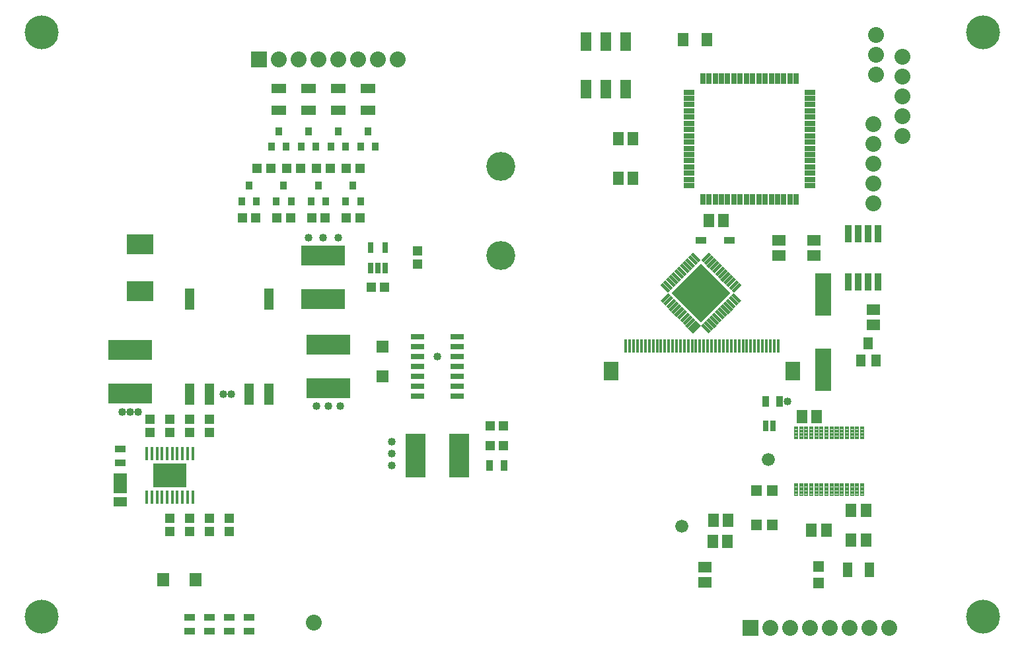
<source format=gts>
G75*
%MOIN*%
%OFA0B0*%
%FSLAX24Y24*%
%IPPOS*%
%LPD*%
%AMOC8*
5,1,8,0,0,1.08239X$1,22.5*
%
%ADD10R,0.0651X0.0473*%
%ADD11R,0.0651X0.1005*%
%ADD12R,0.0591X0.0651*%
%ADD13R,0.0651X0.0572*%
%ADD14R,0.0572X0.0651*%
%ADD15R,0.2225X0.0985*%
%ADD16R,0.0375X0.0532*%
%ADD17R,0.0493X0.0454*%
%ADD18R,0.0985X0.2225*%
%ADD19R,0.0800X0.0800*%
%ADD20C,0.0800*%
%ADD21R,0.0454X0.0493*%
%ADD22R,0.0532X0.0375*%
%ADD23R,0.0532X0.0336*%
%ADD24R,0.0611X0.0611*%
%ADD25R,0.0454X0.0769*%
%ADD26R,0.0560X0.0918*%
%ADD27R,0.0280X0.0530*%
%ADD28R,0.0530X0.0280*%
%ADD29R,0.0320X0.0860*%
%ADD30R,0.0454X0.0611*%
%ADD31C,0.0042*%
%ADD32R,0.0532X0.0690*%
%ADD33R,0.0532X0.0532*%
%ADD34R,0.0820X0.2160*%
%ADD35R,0.0454X0.1060*%
%ADD36R,0.0170X0.0550*%
%ADD37R,0.2090X0.2090*%
%ADD38C,0.0330*%
%ADD39R,0.0277X0.0532*%
%ADD40R,0.0158X0.0651*%
%ADD41R,0.1714X0.1241*%
%ADD42R,0.0690X0.0280*%
%ADD43R,0.0180X0.0650*%
%ADD44R,0.0770X0.0930*%
%ADD45R,0.0310X0.0560*%
%ADD46R,0.1340X0.1044*%
%ADD47R,0.0375X0.0444*%
%ADD48R,0.0769X0.0454*%
%ADD49C,0.0400*%
%ADD50C,0.1710*%
%ADD51C,0.1460*%
%ADD52C,0.0660*%
D10*
X006030Y012564D03*
D11*
X006030Y013499D03*
D12*
X008213Y008649D03*
X009847Y008649D03*
D13*
X035530Y008525D03*
X035530Y009273D03*
X044030Y021525D03*
X044030Y022273D03*
X041030Y025025D03*
X041030Y025773D03*
X039280Y025773D03*
X039280Y025025D03*
D14*
X036464Y026779D03*
X035716Y026779D03*
X031904Y028899D03*
X031156Y028899D03*
X031156Y030899D03*
X031904Y030899D03*
X040416Y016879D03*
X041164Y016879D03*
X042906Y012149D03*
X043654Y012149D03*
X043654Y010649D03*
X042906Y010649D03*
X041654Y011149D03*
X040906Y011149D03*
X036714Y011659D03*
X035966Y011659D03*
X035926Y010569D03*
X036674Y010569D03*
D15*
X016530Y018297D03*
X016530Y020501D03*
X016280Y022797D03*
X016280Y025001D03*
X006530Y020251D03*
X006530Y018047D03*
D16*
X024676Y014399D03*
X025384Y014399D03*
X038586Y017639D03*
X039294Y017639D03*
D17*
X025365Y016399D03*
X024695Y016399D03*
X024695Y015399D03*
X025365Y015399D03*
X019365Y023399D03*
X018695Y023399D03*
X018115Y026899D03*
X017445Y026899D03*
X016365Y026899D03*
X015695Y026899D03*
X014615Y026899D03*
X013945Y026899D03*
X012865Y026899D03*
X012195Y026899D03*
X012945Y029399D03*
X013615Y029399D03*
X014445Y029399D03*
X015115Y029399D03*
X015945Y029399D03*
X016615Y029399D03*
X017445Y029399D03*
X018115Y029399D03*
D18*
X020928Y014899D03*
X023132Y014899D03*
D19*
X037840Y006229D03*
X013030Y034899D03*
D20*
X014030Y034899D03*
X015030Y034899D03*
X016030Y034899D03*
X017030Y034899D03*
X018030Y034899D03*
X019030Y034899D03*
X020030Y034899D03*
X044160Y035139D03*
X044160Y034139D03*
X045490Y034059D03*
X045490Y033059D03*
X045490Y032059D03*
X045490Y031059D03*
X044030Y030649D03*
X044030Y029649D03*
X044030Y028649D03*
X044030Y027649D03*
X044030Y031649D03*
X045490Y035059D03*
X044160Y036139D03*
X043840Y006229D03*
X042840Y006229D03*
X041840Y006229D03*
X040840Y006229D03*
X039840Y006229D03*
X038840Y006229D03*
X044840Y006229D03*
X015800Y006469D03*
D21*
X011530Y011064D03*
X011530Y011734D03*
X010530Y011734D03*
X010530Y011064D03*
X009530Y011064D03*
X009530Y011734D03*
X008530Y011734D03*
X008530Y011064D03*
X008530Y016064D03*
X008530Y016734D03*
X007530Y016734D03*
X007530Y016064D03*
X009530Y016064D03*
X009530Y016734D03*
X010530Y016734D03*
X010530Y016064D03*
X021030Y024564D03*
X021030Y025234D03*
D22*
X006030Y015253D03*
X006030Y014545D03*
X009530Y006753D03*
X009530Y006045D03*
X010530Y006045D03*
X010530Y006753D03*
X011530Y006753D03*
X011530Y006045D03*
X012530Y006045D03*
X012530Y006753D03*
D23*
X035322Y025779D03*
X036778Y025779D03*
D24*
X019280Y020397D03*
X019280Y018901D03*
D25*
X042729Y009149D03*
X043831Y009149D03*
D26*
X031540Y033408D03*
X030540Y033408D03*
X029540Y033408D03*
X029540Y035810D03*
X030540Y035810D03*
X031540Y035810D03*
D27*
X035418Y033954D03*
X035733Y033954D03*
X036048Y033954D03*
X036363Y033954D03*
X036678Y033954D03*
X036993Y033954D03*
X037308Y033954D03*
X037623Y033954D03*
X037937Y033954D03*
X038252Y033954D03*
X038567Y033954D03*
X038882Y033954D03*
X039197Y033954D03*
X039512Y033954D03*
X039827Y033954D03*
X040142Y033954D03*
X040142Y027844D03*
X039827Y027844D03*
X039512Y027844D03*
X039197Y027844D03*
X038882Y027844D03*
X038567Y027844D03*
X038252Y027844D03*
X037937Y027844D03*
X037623Y027844D03*
X037308Y027844D03*
X036993Y027844D03*
X036678Y027844D03*
X036363Y027844D03*
X036048Y027844D03*
X035733Y027844D03*
X035418Y027844D03*
D28*
X034725Y028537D03*
X034725Y028852D03*
X034725Y029167D03*
X034725Y029482D03*
X034725Y029797D03*
X034725Y030112D03*
X034725Y030427D03*
X034725Y030742D03*
X034725Y031056D03*
X034725Y031371D03*
X034725Y031686D03*
X034725Y032001D03*
X034725Y032316D03*
X034725Y032631D03*
X034725Y032946D03*
X034725Y033261D03*
X040835Y033261D03*
X040835Y032946D03*
X040835Y032631D03*
X040835Y032316D03*
X040835Y032001D03*
X040835Y031686D03*
X040835Y031371D03*
X040835Y031056D03*
X040835Y030742D03*
X040835Y030427D03*
X040835Y030112D03*
X040835Y029797D03*
X040835Y029482D03*
X040835Y029167D03*
X040835Y028852D03*
X040835Y028537D03*
D29*
X042780Y026109D03*
X043280Y026109D03*
X043780Y026109D03*
X044280Y026109D03*
X044280Y023689D03*
X043780Y023689D03*
X043280Y023689D03*
X042780Y023689D03*
D30*
X043780Y020582D03*
X043406Y019716D03*
X044154Y019716D03*
D31*
X043527Y016380D02*
X043359Y016380D01*
X043527Y016380D02*
X043527Y015772D01*
X043359Y015772D01*
X043359Y016380D01*
X043359Y015813D02*
X043527Y015813D01*
X043527Y015854D02*
X043359Y015854D01*
X043359Y015895D02*
X043527Y015895D01*
X043527Y015936D02*
X043359Y015936D01*
X043359Y015977D02*
X043527Y015977D01*
X043527Y016018D02*
X043359Y016018D01*
X043359Y016059D02*
X043527Y016059D01*
X043527Y016100D02*
X043359Y016100D01*
X043359Y016141D02*
X043527Y016141D01*
X043527Y016182D02*
X043359Y016182D01*
X043359Y016223D02*
X043527Y016223D01*
X043527Y016264D02*
X043359Y016264D01*
X043359Y016305D02*
X043527Y016305D01*
X043527Y016346D02*
X043359Y016346D01*
X043271Y016380D02*
X043103Y016380D01*
X043271Y016380D02*
X043271Y015772D01*
X043103Y015772D01*
X043103Y016380D01*
X043103Y015813D02*
X043271Y015813D01*
X043271Y015854D02*
X043103Y015854D01*
X043103Y015895D02*
X043271Y015895D01*
X043271Y015936D02*
X043103Y015936D01*
X043103Y015977D02*
X043271Y015977D01*
X043271Y016018D02*
X043103Y016018D01*
X043103Y016059D02*
X043271Y016059D01*
X043271Y016100D02*
X043103Y016100D01*
X043103Y016141D02*
X043271Y016141D01*
X043271Y016182D02*
X043103Y016182D01*
X043103Y016223D02*
X043271Y016223D01*
X043271Y016264D02*
X043103Y016264D01*
X043103Y016305D02*
X043271Y016305D01*
X043271Y016346D02*
X043103Y016346D01*
X043016Y016380D02*
X042848Y016380D01*
X043016Y016380D02*
X043016Y015772D01*
X042848Y015772D01*
X042848Y016380D01*
X042848Y015813D02*
X043016Y015813D01*
X043016Y015854D02*
X042848Y015854D01*
X042848Y015895D02*
X043016Y015895D01*
X043016Y015936D02*
X042848Y015936D01*
X042848Y015977D02*
X043016Y015977D01*
X043016Y016018D02*
X042848Y016018D01*
X042848Y016059D02*
X043016Y016059D01*
X043016Y016100D02*
X042848Y016100D01*
X042848Y016141D02*
X043016Y016141D01*
X043016Y016182D02*
X042848Y016182D01*
X042848Y016223D02*
X043016Y016223D01*
X043016Y016264D02*
X042848Y016264D01*
X042848Y016305D02*
X043016Y016305D01*
X043016Y016346D02*
X042848Y016346D01*
X042760Y016380D02*
X042592Y016380D01*
X042760Y016380D02*
X042760Y015772D01*
X042592Y015772D01*
X042592Y016380D01*
X042592Y015813D02*
X042760Y015813D01*
X042760Y015854D02*
X042592Y015854D01*
X042592Y015895D02*
X042760Y015895D01*
X042760Y015936D02*
X042592Y015936D01*
X042592Y015977D02*
X042760Y015977D01*
X042760Y016018D02*
X042592Y016018D01*
X042592Y016059D02*
X042760Y016059D01*
X042760Y016100D02*
X042592Y016100D01*
X042592Y016141D02*
X042760Y016141D01*
X042760Y016182D02*
X042592Y016182D01*
X042592Y016223D02*
X042760Y016223D01*
X042760Y016264D02*
X042592Y016264D01*
X042592Y016305D02*
X042760Y016305D01*
X042760Y016346D02*
X042592Y016346D01*
X042504Y016380D02*
X042336Y016380D01*
X042504Y016380D02*
X042504Y015772D01*
X042336Y015772D01*
X042336Y016380D01*
X042336Y015813D02*
X042504Y015813D01*
X042504Y015854D02*
X042336Y015854D01*
X042336Y015895D02*
X042504Y015895D01*
X042504Y015936D02*
X042336Y015936D01*
X042336Y015977D02*
X042504Y015977D01*
X042504Y016018D02*
X042336Y016018D01*
X042336Y016059D02*
X042504Y016059D01*
X042504Y016100D02*
X042336Y016100D01*
X042336Y016141D02*
X042504Y016141D01*
X042504Y016182D02*
X042336Y016182D01*
X042336Y016223D02*
X042504Y016223D01*
X042504Y016264D02*
X042336Y016264D01*
X042336Y016305D02*
X042504Y016305D01*
X042504Y016346D02*
X042336Y016346D01*
X042248Y016380D02*
X042080Y016380D01*
X042248Y016380D02*
X042248Y015772D01*
X042080Y015772D01*
X042080Y016380D01*
X042080Y015813D02*
X042248Y015813D01*
X042248Y015854D02*
X042080Y015854D01*
X042080Y015895D02*
X042248Y015895D01*
X042248Y015936D02*
X042080Y015936D01*
X042080Y015977D02*
X042248Y015977D01*
X042248Y016018D02*
X042080Y016018D01*
X042080Y016059D02*
X042248Y016059D01*
X042248Y016100D02*
X042080Y016100D01*
X042080Y016141D02*
X042248Y016141D01*
X042248Y016182D02*
X042080Y016182D01*
X042080Y016223D02*
X042248Y016223D01*
X042248Y016264D02*
X042080Y016264D01*
X042080Y016305D02*
X042248Y016305D01*
X042248Y016346D02*
X042080Y016346D01*
X041992Y016380D02*
X041824Y016380D01*
X041992Y016380D02*
X041992Y015772D01*
X041824Y015772D01*
X041824Y016380D01*
X041824Y015813D02*
X041992Y015813D01*
X041992Y015854D02*
X041824Y015854D01*
X041824Y015895D02*
X041992Y015895D01*
X041992Y015936D02*
X041824Y015936D01*
X041824Y015977D02*
X041992Y015977D01*
X041992Y016018D02*
X041824Y016018D01*
X041824Y016059D02*
X041992Y016059D01*
X041992Y016100D02*
X041824Y016100D01*
X041824Y016141D02*
X041992Y016141D01*
X041992Y016182D02*
X041824Y016182D01*
X041824Y016223D02*
X041992Y016223D01*
X041992Y016264D02*
X041824Y016264D01*
X041824Y016305D02*
X041992Y016305D01*
X041992Y016346D02*
X041824Y016346D01*
X041736Y016380D02*
X041568Y016380D01*
X041736Y016380D02*
X041736Y015772D01*
X041568Y015772D01*
X041568Y016380D01*
X041568Y015813D02*
X041736Y015813D01*
X041736Y015854D02*
X041568Y015854D01*
X041568Y015895D02*
X041736Y015895D01*
X041736Y015936D02*
X041568Y015936D01*
X041568Y015977D02*
X041736Y015977D01*
X041736Y016018D02*
X041568Y016018D01*
X041568Y016059D02*
X041736Y016059D01*
X041736Y016100D02*
X041568Y016100D01*
X041568Y016141D02*
X041736Y016141D01*
X041736Y016182D02*
X041568Y016182D01*
X041568Y016223D02*
X041736Y016223D01*
X041736Y016264D02*
X041568Y016264D01*
X041568Y016305D02*
X041736Y016305D01*
X041736Y016346D02*
X041568Y016346D01*
X041480Y016380D02*
X041312Y016380D01*
X041480Y016380D02*
X041480Y015772D01*
X041312Y015772D01*
X041312Y016380D01*
X041312Y015813D02*
X041480Y015813D01*
X041480Y015854D02*
X041312Y015854D01*
X041312Y015895D02*
X041480Y015895D01*
X041480Y015936D02*
X041312Y015936D01*
X041312Y015977D02*
X041480Y015977D01*
X041480Y016018D02*
X041312Y016018D01*
X041312Y016059D02*
X041480Y016059D01*
X041480Y016100D02*
X041312Y016100D01*
X041312Y016141D02*
X041480Y016141D01*
X041480Y016182D02*
X041312Y016182D01*
X041312Y016223D02*
X041480Y016223D01*
X041480Y016264D02*
X041312Y016264D01*
X041312Y016305D02*
X041480Y016305D01*
X041480Y016346D02*
X041312Y016346D01*
X041224Y016380D02*
X041056Y016380D01*
X041224Y016380D02*
X041224Y015772D01*
X041056Y015772D01*
X041056Y016380D01*
X041056Y015813D02*
X041224Y015813D01*
X041224Y015854D02*
X041056Y015854D01*
X041056Y015895D02*
X041224Y015895D01*
X041224Y015936D02*
X041056Y015936D01*
X041056Y015977D02*
X041224Y015977D01*
X041224Y016018D02*
X041056Y016018D01*
X041056Y016059D02*
X041224Y016059D01*
X041224Y016100D02*
X041056Y016100D01*
X041056Y016141D02*
X041224Y016141D01*
X041224Y016182D02*
X041056Y016182D01*
X041056Y016223D02*
X041224Y016223D01*
X041224Y016264D02*
X041056Y016264D01*
X041056Y016305D02*
X041224Y016305D01*
X041224Y016346D02*
X041056Y016346D01*
X040968Y016380D02*
X040800Y016380D01*
X040968Y016380D02*
X040968Y015772D01*
X040800Y015772D01*
X040800Y016380D01*
X040800Y015813D02*
X040968Y015813D01*
X040968Y015854D02*
X040800Y015854D01*
X040800Y015895D02*
X040968Y015895D01*
X040968Y015936D02*
X040800Y015936D01*
X040800Y015977D02*
X040968Y015977D01*
X040968Y016018D02*
X040800Y016018D01*
X040800Y016059D02*
X040968Y016059D01*
X040968Y016100D02*
X040800Y016100D01*
X040800Y016141D02*
X040968Y016141D01*
X040968Y016182D02*
X040800Y016182D01*
X040800Y016223D02*
X040968Y016223D01*
X040968Y016264D02*
X040800Y016264D01*
X040800Y016305D02*
X040968Y016305D01*
X040968Y016346D02*
X040800Y016346D01*
X040712Y016380D02*
X040544Y016380D01*
X040712Y016380D02*
X040712Y015772D01*
X040544Y015772D01*
X040544Y016380D01*
X040544Y015813D02*
X040712Y015813D01*
X040712Y015854D02*
X040544Y015854D01*
X040544Y015895D02*
X040712Y015895D01*
X040712Y015936D02*
X040544Y015936D01*
X040544Y015977D02*
X040712Y015977D01*
X040712Y016018D02*
X040544Y016018D01*
X040544Y016059D02*
X040712Y016059D01*
X040712Y016100D02*
X040544Y016100D01*
X040544Y016141D02*
X040712Y016141D01*
X040712Y016182D02*
X040544Y016182D01*
X040544Y016223D02*
X040712Y016223D01*
X040712Y016264D02*
X040544Y016264D01*
X040544Y016305D02*
X040712Y016305D01*
X040712Y016346D02*
X040544Y016346D01*
X040457Y016380D02*
X040289Y016380D01*
X040457Y016380D02*
X040457Y015772D01*
X040289Y015772D01*
X040289Y016380D01*
X040289Y015813D02*
X040457Y015813D01*
X040457Y015854D02*
X040289Y015854D01*
X040289Y015895D02*
X040457Y015895D01*
X040457Y015936D02*
X040289Y015936D01*
X040289Y015977D02*
X040457Y015977D01*
X040457Y016018D02*
X040289Y016018D01*
X040289Y016059D02*
X040457Y016059D01*
X040457Y016100D02*
X040289Y016100D01*
X040289Y016141D02*
X040457Y016141D01*
X040457Y016182D02*
X040289Y016182D01*
X040289Y016223D02*
X040457Y016223D01*
X040457Y016264D02*
X040289Y016264D01*
X040289Y016305D02*
X040457Y016305D01*
X040457Y016346D02*
X040289Y016346D01*
X040201Y016380D02*
X040033Y016380D01*
X040201Y016380D02*
X040201Y015772D01*
X040033Y015772D01*
X040033Y016380D01*
X040033Y015813D02*
X040201Y015813D01*
X040201Y015854D02*
X040033Y015854D01*
X040033Y015895D02*
X040201Y015895D01*
X040201Y015936D02*
X040033Y015936D01*
X040033Y015977D02*
X040201Y015977D01*
X040201Y016018D02*
X040033Y016018D01*
X040033Y016059D02*
X040201Y016059D01*
X040201Y016100D02*
X040033Y016100D01*
X040033Y016141D02*
X040201Y016141D01*
X040201Y016182D02*
X040033Y016182D01*
X040033Y016223D02*
X040201Y016223D01*
X040201Y016264D02*
X040033Y016264D01*
X040033Y016305D02*
X040201Y016305D01*
X040201Y016346D02*
X040033Y016346D01*
X040033Y013526D02*
X040201Y013526D01*
X040201Y012918D01*
X040033Y012918D01*
X040033Y013526D01*
X040033Y012959D02*
X040201Y012959D01*
X040201Y013000D02*
X040033Y013000D01*
X040033Y013041D02*
X040201Y013041D01*
X040201Y013082D02*
X040033Y013082D01*
X040033Y013123D02*
X040201Y013123D01*
X040201Y013164D02*
X040033Y013164D01*
X040033Y013205D02*
X040201Y013205D01*
X040201Y013246D02*
X040033Y013246D01*
X040033Y013287D02*
X040201Y013287D01*
X040201Y013328D02*
X040033Y013328D01*
X040033Y013369D02*
X040201Y013369D01*
X040201Y013410D02*
X040033Y013410D01*
X040033Y013451D02*
X040201Y013451D01*
X040201Y013492D02*
X040033Y013492D01*
X040289Y013526D02*
X040457Y013526D01*
X040457Y012918D01*
X040289Y012918D01*
X040289Y013526D01*
X040289Y012959D02*
X040457Y012959D01*
X040457Y013000D02*
X040289Y013000D01*
X040289Y013041D02*
X040457Y013041D01*
X040457Y013082D02*
X040289Y013082D01*
X040289Y013123D02*
X040457Y013123D01*
X040457Y013164D02*
X040289Y013164D01*
X040289Y013205D02*
X040457Y013205D01*
X040457Y013246D02*
X040289Y013246D01*
X040289Y013287D02*
X040457Y013287D01*
X040457Y013328D02*
X040289Y013328D01*
X040289Y013369D02*
X040457Y013369D01*
X040457Y013410D02*
X040289Y013410D01*
X040289Y013451D02*
X040457Y013451D01*
X040457Y013492D02*
X040289Y013492D01*
X040544Y013526D02*
X040712Y013526D01*
X040712Y012918D01*
X040544Y012918D01*
X040544Y013526D01*
X040544Y012959D02*
X040712Y012959D01*
X040712Y013000D02*
X040544Y013000D01*
X040544Y013041D02*
X040712Y013041D01*
X040712Y013082D02*
X040544Y013082D01*
X040544Y013123D02*
X040712Y013123D01*
X040712Y013164D02*
X040544Y013164D01*
X040544Y013205D02*
X040712Y013205D01*
X040712Y013246D02*
X040544Y013246D01*
X040544Y013287D02*
X040712Y013287D01*
X040712Y013328D02*
X040544Y013328D01*
X040544Y013369D02*
X040712Y013369D01*
X040712Y013410D02*
X040544Y013410D01*
X040544Y013451D02*
X040712Y013451D01*
X040712Y013492D02*
X040544Y013492D01*
X040800Y013526D02*
X040968Y013526D01*
X040968Y012918D01*
X040800Y012918D01*
X040800Y013526D01*
X040800Y012959D02*
X040968Y012959D01*
X040968Y013000D02*
X040800Y013000D01*
X040800Y013041D02*
X040968Y013041D01*
X040968Y013082D02*
X040800Y013082D01*
X040800Y013123D02*
X040968Y013123D01*
X040968Y013164D02*
X040800Y013164D01*
X040800Y013205D02*
X040968Y013205D01*
X040968Y013246D02*
X040800Y013246D01*
X040800Y013287D02*
X040968Y013287D01*
X040968Y013328D02*
X040800Y013328D01*
X040800Y013369D02*
X040968Y013369D01*
X040968Y013410D02*
X040800Y013410D01*
X040800Y013451D02*
X040968Y013451D01*
X040968Y013492D02*
X040800Y013492D01*
X041056Y013526D02*
X041224Y013526D01*
X041224Y012918D01*
X041056Y012918D01*
X041056Y013526D01*
X041056Y012959D02*
X041224Y012959D01*
X041224Y013000D02*
X041056Y013000D01*
X041056Y013041D02*
X041224Y013041D01*
X041224Y013082D02*
X041056Y013082D01*
X041056Y013123D02*
X041224Y013123D01*
X041224Y013164D02*
X041056Y013164D01*
X041056Y013205D02*
X041224Y013205D01*
X041224Y013246D02*
X041056Y013246D01*
X041056Y013287D02*
X041224Y013287D01*
X041224Y013328D02*
X041056Y013328D01*
X041056Y013369D02*
X041224Y013369D01*
X041224Y013410D02*
X041056Y013410D01*
X041056Y013451D02*
X041224Y013451D01*
X041224Y013492D02*
X041056Y013492D01*
X041312Y013526D02*
X041480Y013526D01*
X041480Y012918D01*
X041312Y012918D01*
X041312Y013526D01*
X041312Y012959D02*
X041480Y012959D01*
X041480Y013000D02*
X041312Y013000D01*
X041312Y013041D02*
X041480Y013041D01*
X041480Y013082D02*
X041312Y013082D01*
X041312Y013123D02*
X041480Y013123D01*
X041480Y013164D02*
X041312Y013164D01*
X041312Y013205D02*
X041480Y013205D01*
X041480Y013246D02*
X041312Y013246D01*
X041312Y013287D02*
X041480Y013287D01*
X041480Y013328D02*
X041312Y013328D01*
X041312Y013369D02*
X041480Y013369D01*
X041480Y013410D02*
X041312Y013410D01*
X041312Y013451D02*
X041480Y013451D01*
X041480Y013492D02*
X041312Y013492D01*
X041568Y013526D02*
X041736Y013526D01*
X041736Y012918D01*
X041568Y012918D01*
X041568Y013526D01*
X041568Y012959D02*
X041736Y012959D01*
X041736Y013000D02*
X041568Y013000D01*
X041568Y013041D02*
X041736Y013041D01*
X041736Y013082D02*
X041568Y013082D01*
X041568Y013123D02*
X041736Y013123D01*
X041736Y013164D02*
X041568Y013164D01*
X041568Y013205D02*
X041736Y013205D01*
X041736Y013246D02*
X041568Y013246D01*
X041568Y013287D02*
X041736Y013287D01*
X041736Y013328D02*
X041568Y013328D01*
X041568Y013369D02*
X041736Y013369D01*
X041736Y013410D02*
X041568Y013410D01*
X041568Y013451D02*
X041736Y013451D01*
X041736Y013492D02*
X041568Y013492D01*
X041824Y013526D02*
X041992Y013526D01*
X041992Y012918D01*
X041824Y012918D01*
X041824Y013526D01*
X041824Y012959D02*
X041992Y012959D01*
X041992Y013000D02*
X041824Y013000D01*
X041824Y013041D02*
X041992Y013041D01*
X041992Y013082D02*
X041824Y013082D01*
X041824Y013123D02*
X041992Y013123D01*
X041992Y013164D02*
X041824Y013164D01*
X041824Y013205D02*
X041992Y013205D01*
X041992Y013246D02*
X041824Y013246D01*
X041824Y013287D02*
X041992Y013287D01*
X041992Y013328D02*
X041824Y013328D01*
X041824Y013369D02*
X041992Y013369D01*
X041992Y013410D02*
X041824Y013410D01*
X041824Y013451D02*
X041992Y013451D01*
X041992Y013492D02*
X041824Y013492D01*
X042080Y013526D02*
X042248Y013526D01*
X042248Y012918D01*
X042080Y012918D01*
X042080Y013526D01*
X042080Y012959D02*
X042248Y012959D01*
X042248Y013000D02*
X042080Y013000D01*
X042080Y013041D02*
X042248Y013041D01*
X042248Y013082D02*
X042080Y013082D01*
X042080Y013123D02*
X042248Y013123D01*
X042248Y013164D02*
X042080Y013164D01*
X042080Y013205D02*
X042248Y013205D01*
X042248Y013246D02*
X042080Y013246D01*
X042080Y013287D02*
X042248Y013287D01*
X042248Y013328D02*
X042080Y013328D01*
X042080Y013369D02*
X042248Y013369D01*
X042248Y013410D02*
X042080Y013410D01*
X042080Y013451D02*
X042248Y013451D01*
X042248Y013492D02*
X042080Y013492D01*
X042336Y013526D02*
X042504Y013526D01*
X042504Y012918D01*
X042336Y012918D01*
X042336Y013526D01*
X042336Y012959D02*
X042504Y012959D01*
X042504Y013000D02*
X042336Y013000D01*
X042336Y013041D02*
X042504Y013041D01*
X042504Y013082D02*
X042336Y013082D01*
X042336Y013123D02*
X042504Y013123D01*
X042504Y013164D02*
X042336Y013164D01*
X042336Y013205D02*
X042504Y013205D01*
X042504Y013246D02*
X042336Y013246D01*
X042336Y013287D02*
X042504Y013287D01*
X042504Y013328D02*
X042336Y013328D01*
X042336Y013369D02*
X042504Y013369D01*
X042504Y013410D02*
X042336Y013410D01*
X042336Y013451D02*
X042504Y013451D01*
X042504Y013492D02*
X042336Y013492D01*
X042592Y013526D02*
X042760Y013526D01*
X042760Y012918D01*
X042592Y012918D01*
X042592Y013526D01*
X042592Y012959D02*
X042760Y012959D01*
X042760Y013000D02*
X042592Y013000D01*
X042592Y013041D02*
X042760Y013041D01*
X042760Y013082D02*
X042592Y013082D01*
X042592Y013123D02*
X042760Y013123D01*
X042760Y013164D02*
X042592Y013164D01*
X042592Y013205D02*
X042760Y013205D01*
X042760Y013246D02*
X042592Y013246D01*
X042592Y013287D02*
X042760Y013287D01*
X042760Y013328D02*
X042592Y013328D01*
X042592Y013369D02*
X042760Y013369D01*
X042760Y013410D02*
X042592Y013410D01*
X042592Y013451D02*
X042760Y013451D01*
X042760Y013492D02*
X042592Y013492D01*
X042848Y013526D02*
X043016Y013526D01*
X043016Y012918D01*
X042848Y012918D01*
X042848Y013526D01*
X042848Y012959D02*
X043016Y012959D01*
X043016Y013000D02*
X042848Y013000D01*
X042848Y013041D02*
X043016Y013041D01*
X043016Y013082D02*
X042848Y013082D01*
X042848Y013123D02*
X043016Y013123D01*
X043016Y013164D02*
X042848Y013164D01*
X042848Y013205D02*
X043016Y013205D01*
X043016Y013246D02*
X042848Y013246D01*
X042848Y013287D02*
X043016Y013287D01*
X043016Y013328D02*
X042848Y013328D01*
X042848Y013369D02*
X043016Y013369D01*
X043016Y013410D02*
X042848Y013410D01*
X042848Y013451D02*
X043016Y013451D01*
X043016Y013492D02*
X042848Y013492D01*
X043103Y013526D02*
X043271Y013526D01*
X043271Y012918D01*
X043103Y012918D01*
X043103Y013526D01*
X043103Y012959D02*
X043271Y012959D01*
X043271Y013000D02*
X043103Y013000D01*
X043103Y013041D02*
X043271Y013041D01*
X043271Y013082D02*
X043103Y013082D01*
X043103Y013123D02*
X043271Y013123D01*
X043271Y013164D02*
X043103Y013164D01*
X043103Y013205D02*
X043271Y013205D01*
X043271Y013246D02*
X043103Y013246D01*
X043103Y013287D02*
X043271Y013287D01*
X043271Y013328D02*
X043103Y013328D01*
X043103Y013369D02*
X043271Y013369D01*
X043271Y013410D02*
X043103Y013410D01*
X043103Y013451D02*
X043271Y013451D01*
X043271Y013492D02*
X043103Y013492D01*
X043359Y013526D02*
X043527Y013526D01*
X043527Y012918D01*
X043359Y012918D01*
X043359Y013526D01*
X043359Y012959D02*
X043527Y012959D01*
X043527Y013000D02*
X043359Y013000D01*
X043359Y013041D02*
X043527Y013041D01*
X043527Y013082D02*
X043359Y013082D01*
X043359Y013123D02*
X043527Y013123D01*
X043527Y013164D02*
X043359Y013164D01*
X043359Y013205D02*
X043527Y013205D01*
X043527Y013246D02*
X043359Y013246D01*
X043359Y013287D02*
X043527Y013287D01*
X043527Y013328D02*
X043359Y013328D01*
X043359Y013369D02*
X043527Y013369D01*
X043527Y013410D02*
X043359Y013410D01*
X043359Y013451D02*
X043527Y013451D01*
X043527Y013492D02*
X043359Y013492D01*
D32*
X035621Y035899D03*
X034439Y035899D03*
D33*
X038117Y013149D03*
X038943Y013149D03*
X038943Y011399D03*
X038117Y011399D03*
X041280Y009312D03*
X041280Y008486D03*
D34*
X041500Y019249D03*
X041500Y023049D03*
D35*
X013530Y022799D03*
X009530Y022799D03*
X009530Y017999D03*
X010530Y017999D03*
X012530Y017999D03*
X013530Y017999D03*
D36*
G36*
X033675Y023121D02*
X033795Y023001D01*
X033407Y022613D01*
X033287Y022733D01*
X033675Y023121D01*
G37*
G36*
X033795Y023257D02*
X033675Y023137D01*
X033287Y023525D01*
X033407Y023645D01*
X033795Y023257D01*
G37*
G36*
X033929Y023391D02*
X033809Y023271D01*
X033421Y023659D01*
X033541Y023779D01*
X033929Y023391D01*
G37*
G36*
X034071Y023532D02*
X033951Y023412D01*
X033563Y023800D01*
X033683Y023920D01*
X034071Y023532D01*
G37*
G36*
X034212Y023674D02*
X034092Y023554D01*
X033704Y023942D01*
X033824Y024062D01*
X034212Y023674D01*
G37*
G36*
X034347Y023808D02*
X034227Y023688D01*
X033839Y024076D01*
X033959Y024196D01*
X034347Y023808D01*
G37*
G36*
X034488Y023950D02*
X034368Y023830D01*
X033980Y024218D01*
X034100Y024338D01*
X034488Y023950D01*
G37*
G36*
X034629Y024091D02*
X034509Y023971D01*
X034121Y024359D01*
X034241Y024479D01*
X034629Y024091D01*
G37*
G36*
X034771Y024232D02*
X034651Y024112D01*
X034263Y024500D01*
X034383Y024620D01*
X034771Y024232D01*
G37*
G36*
X034905Y024367D02*
X034785Y024247D01*
X034397Y024635D01*
X034517Y024755D01*
X034905Y024367D01*
G37*
G36*
X035047Y024508D02*
X034927Y024388D01*
X034539Y024776D01*
X034659Y024896D01*
X035047Y024508D01*
G37*
G36*
X035188Y024650D02*
X035068Y024530D01*
X034680Y024918D01*
X034800Y025038D01*
X035188Y024650D01*
G37*
G36*
X035322Y024784D02*
X035202Y024664D01*
X034814Y025052D01*
X034934Y025172D01*
X035322Y024784D01*
G37*
G36*
X035726Y025172D02*
X035846Y025052D01*
X035458Y024664D01*
X035338Y024784D01*
X035726Y025172D01*
G37*
G36*
X035860Y025038D02*
X035980Y024918D01*
X035592Y024530D01*
X035472Y024650D01*
X035860Y025038D01*
G37*
G36*
X036001Y024896D02*
X036121Y024776D01*
X035733Y024388D01*
X035613Y024508D01*
X036001Y024896D01*
G37*
G36*
X036143Y024755D02*
X036263Y024635D01*
X035875Y024247D01*
X035755Y024367D01*
X036143Y024755D01*
G37*
G36*
X036277Y024620D02*
X036397Y024500D01*
X036009Y024112D01*
X035889Y024232D01*
X036277Y024620D01*
G37*
G36*
X036419Y024479D02*
X036539Y024359D01*
X036151Y023971D01*
X036031Y024091D01*
X036419Y024479D01*
G37*
G36*
X036560Y024338D02*
X036680Y024218D01*
X036292Y023830D01*
X036172Y023950D01*
X036560Y024338D01*
G37*
G36*
X036701Y024196D02*
X036821Y024076D01*
X036433Y023688D01*
X036313Y023808D01*
X036701Y024196D01*
G37*
G36*
X036836Y024062D02*
X036956Y023942D01*
X036568Y023554D01*
X036448Y023674D01*
X036836Y024062D01*
G37*
G36*
X036977Y023920D02*
X037097Y023800D01*
X036709Y023412D01*
X036589Y023532D01*
X036977Y023920D01*
G37*
G36*
X037119Y023779D02*
X037239Y023659D01*
X036851Y023271D01*
X036731Y023391D01*
X037119Y023779D01*
G37*
G36*
X037253Y023645D02*
X037373Y023525D01*
X036985Y023137D01*
X036865Y023257D01*
X037253Y023645D01*
G37*
G36*
X037373Y022733D02*
X037253Y022613D01*
X036865Y023001D01*
X036985Y023121D01*
X037373Y022733D01*
G37*
G36*
X037239Y022599D02*
X037119Y022479D01*
X036731Y022867D01*
X036851Y022987D01*
X037239Y022599D01*
G37*
G36*
X037097Y022458D02*
X036977Y022338D01*
X036589Y022726D01*
X036709Y022846D01*
X037097Y022458D01*
G37*
G36*
X036956Y022316D02*
X036836Y022196D01*
X036448Y022584D01*
X036568Y022704D01*
X036956Y022316D01*
G37*
G36*
X036821Y022182D02*
X036701Y022062D01*
X036313Y022450D01*
X036433Y022570D01*
X036821Y022182D01*
G37*
G36*
X036680Y022040D02*
X036560Y021920D01*
X036172Y022308D01*
X036292Y022428D01*
X036680Y022040D01*
G37*
G36*
X036539Y021899D02*
X036419Y021779D01*
X036031Y022167D01*
X036151Y022287D01*
X036539Y021899D01*
G37*
G36*
X036397Y021758D02*
X036277Y021638D01*
X035889Y022026D01*
X036009Y022146D01*
X036397Y021758D01*
G37*
G36*
X036263Y021623D02*
X036143Y021503D01*
X035755Y021891D01*
X035875Y022011D01*
X036263Y021623D01*
G37*
G36*
X036121Y021482D02*
X036001Y021362D01*
X035613Y021750D01*
X035733Y021870D01*
X036121Y021482D01*
G37*
G36*
X035980Y021340D02*
X035860Y021220D01*
X035472Y021608D01*
X035592Y021728D01*
X035980Y021340D01*
G37*
G36*
X035846Y021206D02*
X035726Y021086D01*
X035338Y021474D01*
X035458Y021594D01*
X035846Y021206D01*
G37*
G36*
X035202Y021594D02*
X035322Y021474D01*
X034934Y021086D01*
X034814Y021206D01*
X035202Y021594D01*
G37*
G36*
X035068Y021728D02*
X035188Y021608D01*
X034800Y021220D01*
X034680Y021340D01*
X035068Y021728D01*
G37*
G36*
X034927Y021870D02*
X035047Y021750D01*
X034659Y021362D01*
X034539Y021482D01*
X034927Y021870D01*
G37*
G36*
X034785Y022011D02*
X034905Y021891D01*
X034517Y021503D01*
X034397Y021623D01*
X034785Y022011D01*
G37*
G36*
X034651Y022146D02*
X034771Y022026D01*
X034383Y021638D01*
X034263Y021758D01*
X034651Y022146D01*
G37*
G36*
X034509Y022287D02*
X034629Y022167D01*
X034241Y021779D01*
X034121Y021899D01*
X034509Y022287D01*
G37*
G36*
X034368Y022428D02*
X034488Y022308D01*
X034100Y021920D01*
X033980Y022040D01*
X034368Y022428D01*
G37*
G36*
X034227Y022570D02*
X034347Y022450D01*
X033959Y022062D01*
X033839Y022182D01*
X034227Y022570D01*
G37*
G36*
X034092Y022704D02*
X034212Y022584D01*
X033824Y022196D01*
X033704Y022316D01*
X034092Y022704D01*
G37*
G36*
X033951Y022846D02*
X034071Y022726D01*
X033683Y022338D01*
X033563Y022458D01*
X033951Y022846D01*
G37*
G36*
X033809Y022987D02*
X033929Y022867D01*
X033541Y022479D01*
X033421Y022599D01*
X033809Y022987D01*
G37*
D37*
G36*
X033853Y023129D02*
X035330Y024606D01*
X036807Y023129D01*
X035330Y021652D01*
X033853Y023129D01*
G37*
D38*
X034199Y023129D03*
X034764Y023695D03*
X035401Y023058D03*
X035966Y023624D03*
X036461Y023129D03*
X035896Y022563D03*
X035330Y021998D03*
X034835Y022493D03*
X035330Y024260D03*
X009130Y014299D03*
X009130Y013899D03*
X009130Y013499D03*
X008530Y013499D03*
X008530Y013899D03*
X008530Y014299D03*
X007930Y014299D03*
X007930Y013899D03*
X007930Y013499D03*
D39*
X018656Y024387D03*
X019030Y024387D03*
X019404Y024387D03*
X019404Y025411D03*
X018656Y025411D03*
D40*
X009682Y015001D03*
X009426Y015001D03*
X009170Y015001D03*
X008914Y015001D03*
X008658Y015001D03*
X008402Y015001D03*
X008146Y015001D03*
X007890Y015001D03*
X007634Y015001D03*
X007378Y015001D03*
X007378Y012797D03*
X007634Y012797D03*
X007890Y012797D03*
X008146Y012797D03*
X008402Y012797D03*
X008658Y012797D03*
X008914Y012797D03*
X009170Y012797D03*
X009426Y012797D03*
X009682Y012797D03*
D41*
X008530Y013899D03*
D42*
X021030Y017899D03*
X021030Y018399D03*
X021030Y018899D03*
X021030Y019399D03*
X021030Y019899D03*
X021030Y020399D03*
X021030Y020899D03*
X023030Y020899D03*
X023030Y020399D03*
X023030Y019899D03*
X023030Y019399D03*
X023030Y018899D03*
X023030Y018399D03*
X023030Y017899D03*
D43*
X031540Y020449D03*
X031740Y020449D03*
X031940Y020449D03*
X032130Y020449D03*
X032330Y020449D03*
X032530Y020449D03*
X032720Y020449D03*
X032920Y020449D03*
X033120Y020449D03*
X033310Y020449D03*
X033510Y020449D03*
X033710Y020449D03*
X033900Y020449D03*
X034100Y020449D03*
X034300Y020449D03*
X034490Y020449D03*
X034690Y020449D03*
X034890Y020449D03*
X035080Y020449D03*
X035280Y020449D03*
X035480Y020449D03*
X035680Y020449D03*
X035870Y020449D03*
X036070Y020449D03*
X036270Y020449D03*
X036460Y020449D03*
X036660Y020449D03*
X036860Y020449D03*
X037050Y020449D03*
X037250Y020449D03*
X037450Y020449D03*
X037640Y020449D03*
X037840Y020449D03*
X038040Y020449D03*
X038230Y020449D03*
X038430Y020449D03*
X038630Y020449D03*
X038820Y020449D03*
X039020Y020449D03*
X039220Y020449D03*
D44*
X039960Y019169D03*
X030800Y019169D03*
D45*
X038603Y016399D03*
X038957Y016399D03*
D46*
X007030Y023218D03*
X007030Y025580D03*
D47*
X012156Y027755D03*
X012904Y027755D03*
X013906Y027755D03*
X014654Y027755D03*
X014280Y028543D03*
X015656Y027755D03*
X016404Y027755D03*
X016030Y028543D03*
X017406Y027755D03*
X018154Y027755D03*
X017780Y028543D03*
X017404Y030505D03*
X016656Y030505D03*
X015904Y030505D03*
X015156Y030505D03*
X014404Y030505D03*
X013656Y030505D03*
X014030Y031293D03*
X015530Y031293D03*
X017030Y031293D03*
X018156Y030505D03*
X018904Y030505D03*
X018530Y031293D03*
X012530Y028543D03*
D48*
X014030Y032348D03*
X014030Y033450D03*
X015530Y033450D03*
X015530Y032348D03*
X017030Y032348D03*
X018530Y032348D03*
X018530Y033450D03*
X017030Y033450D03*
D49*
X017030Y025899D03*
X016280Y025899D03*
X015530Y025899D03*
X022030Y019899D03*
X017130Y017399D03*
X016530Y017399D03*
X015930Y017399D03*
X019730Y015599D03*
X019730Y014999D03*
X019730Y014399D03*
X011630Y017999D03*
X011230Y017999D03*
X006930Y017099D03*
X006530Y017099D03*
X006130Y017099D03*
X039710Y017639D03*
D50*
X002050Y006769D03*
X002050Y036269D03*
X049550Y036269D03*
X049550Y006769D03*
D51*
X025230Y024999D03*
X025230Y029499D03*
D52*
X038730Y014729D03*
X034370Y011349D03*
M02*

</source>
